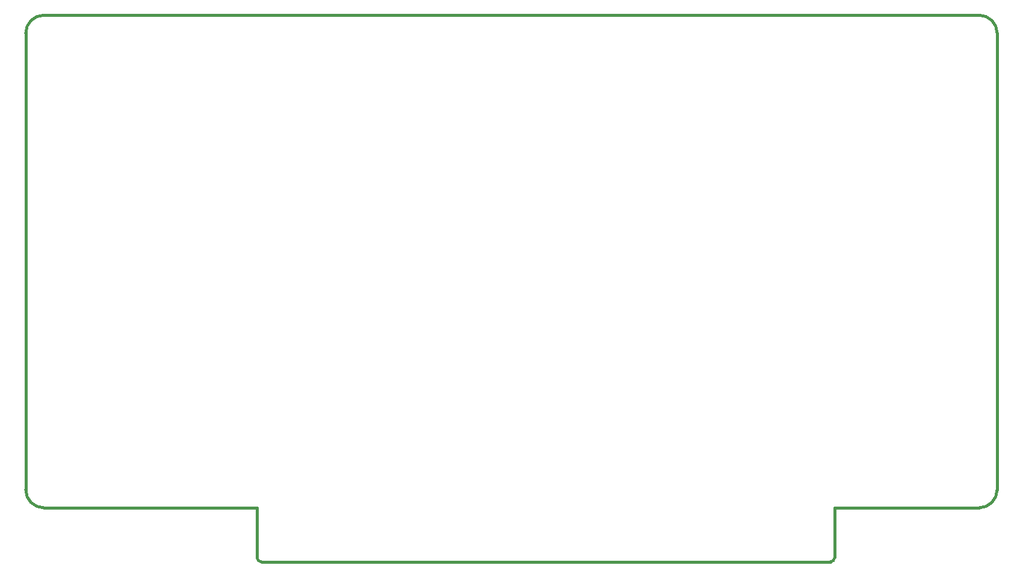
<source format=gm1>
%TF.GenerationSoftware,KiCad,Pcbnew,9.0.7*%
%TF.CreationDate,2026-02-05T12:54:47+03:00*%
%TF.ProjectId,ISA8_Ethernet,49534138-5f45-4746-9865-726e65742e6b,1.0*%
%TF.SameCoordinates,Original*%
%TF.FileFunction,Profile,NP*%
%FSLAX46Y46*%
G04 Gerber Fmt 4.6, Leading zero omitted, Abs format (unit mm)*
G04 Created by KiCad (PCBNEW 9.0.7) date 2026-02-05 12:54:47*
%MOMM*%
%LPD*%
G01*
G04 APERTURE LIST*
%TA.AperFunction,Profile*%
%ADD10C,0.381000*%
%TD*%
G04 APERTURE END LIST*
D10*
X101600000Y-133985000D02*
X101600000Y-127000000D01*
X203200000Y-57690000D02*
X71600000Y-57690000D01*
X101600000Y-127000000D02*
X71600000Y-127000000D01*
X205740000Y-124460000D02*
G75*
G02*
X203200000Y-127000000I-2540000J0D01*
G01*
X71600000Y-127000000D02*
G75*
G02*
X69060000Y-124460000I0J2540000D01*
G01*
X182880000Y-133985000D02*
X182880000Y-127000000D01*
X69060000Y-124460000D02*
X69060000Y-60230000D01*
X102235000Y-134620000D02*
X182245000Y-134620000D01*
X69060000Y-60230000D02*
G75*
G02*
X71600000Y-57690000I2540000J0D01*
G01*
X203200000Y-127000000D02*
X182880000Y-127000000D01*
X203200000Y-57690000D02*
G75*
G02*
X205740000Y-60230000I0J-2540000D01*
G01*
X182880000Y-133985000D02*
G75*
G02*
X182245000Y-134620000I-635000J0D01*
G01*
X205740000Y-124460000D02*
X205740000Y-60230000D01*
X102235000Y-134620000D02*
G75*
G02*
X101600000Y-133985000I0J635000D01*
G01*
M02*

</source>
